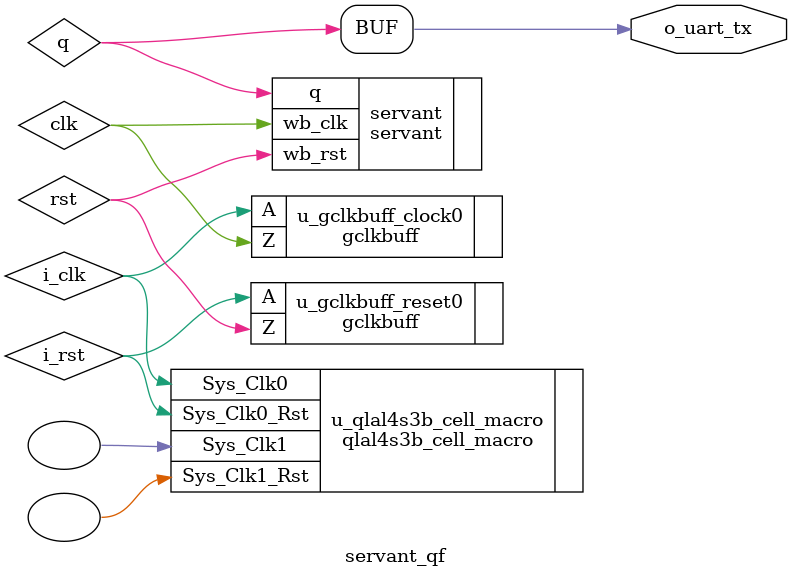
<source format=v>
module servant_qf
  (
   output wire/*reg*/ o_uart_tx);

   wire [31:0] dat;
   wire        we;
   wire        stb;
   reg 	       ack;

   reg 	       rst_r;

   wire        i_clk;
   wire        i_rst;
   wire        clk;
   wire        rst;

   parameter memfile = "zephyr_hello.hex";
   parameter memsize = 2048;

   qlal4s3b_cell_macro u_qlal4s3b_cell_macro
     (
      .Sys_Clk0     (i_clk),
      .Sys_Clk0_Rst (i_rst),
      .Sys_Clk1     (),
      .Sys_Clk1_Rst ());

   gclkbuff u_gclkbuff_clock0 (.A(i_clk), .Z(clk));
   gclkbuff u_gclkbuff_reset0 (.A(i_rst), .Z(rst));

   wire        o_uart_tx = q;

   servant
     #(.memfile (memfile),
       .memsize (memsize))
   servant
     (.wb_clk (clk),
      .wb_rst (rst),
      .q      (q));
   /*
   serving
     #(
       .memfile  (memfile),
       .memsize  (memsize),
       .WITH_CSR (0))
   serving
     (
      .i_clk (clk),
      .i_rst (rst_r),
      .i_timer_irq (1'b0),
      .o_wb_adr (),
      .o_wb_dat (dat),
      .o_wb_sel (),
      .o_wb_we  (we),
      .o_wb_stb (stb),
      .i_wb_rdt (32'd0),
      .i_wb_ack (ack));

   always @(posedge clk) begin
      rst_r <= rst;
      ack <= stb & !ack;
      if (we & stb)
	o_uart_tx <= dat[0];
   end
    */
endmodule

</source>
